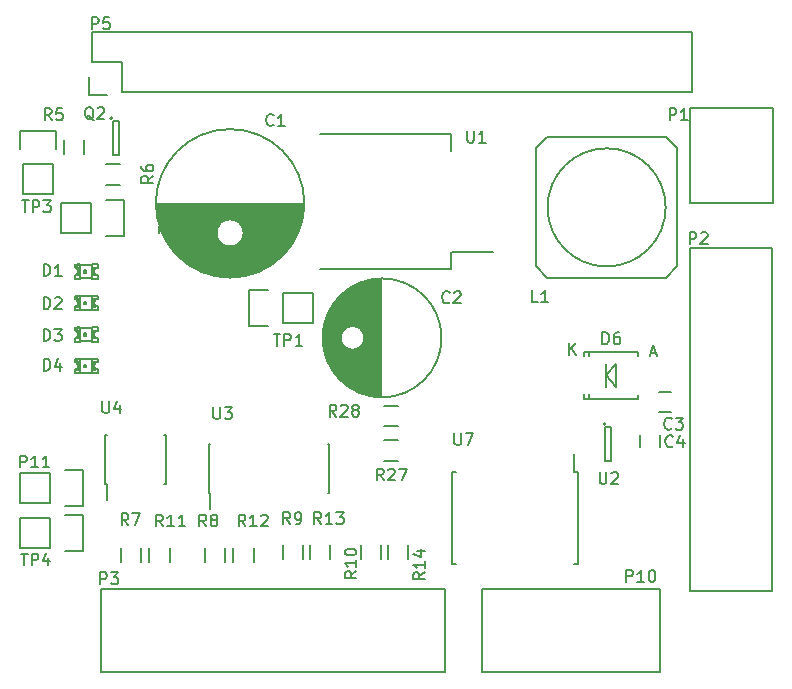
<source format=gto>
G04 #@! TF.FileFunction,Legend,Top*
%FSLAX46Y46*%
G04 Gerber Fmt 4.6, Leading zero omitted, Abs format (unit mm)*
G04 Created by KiCad (PCBNEW (2015-06-25 BZR 5821)-product) date Thu 25 Jun 2015 01:48:58 PM EDT*
%MOMM*%
G01*
G04 APERTURE LIST*
%ADD10C,0.200000*%
%ADD11C,0.150000*%
G04 APERTURE END LIST*
D10*
D11*
X60800000Y-57025000D02*
X62000000Y-57025000D01*
X62000000Y-58775000D02*
X60800000Y-58775000D01*
X84630260Y-37338000D02*
G75*
G03X84630260Y-37338000I-5001260J0D01*
G01*
X79629000Y-43337480D02*
X74627740Y-43337480D01*
X74627740Y-43337480D02*
X73629520Y-42339260D01*
X73629520Y-42339260D02*
X73629520Y-32336740D01*
X73629520Y-32336740D02*
X74627740Y-31338520D01*
X74627740Y-31338520D02*
X84630260Y-31338520D01*
X84630260Y-31338520D02*
X85628480Y-32336740D01*
X85628480Y-32336740D02*
X85628480Y-42339260D01*
X85628480Y-42339260D02*
X84630260Y-43337480D01*
X84630260Y-43337480D02*
X79629000Y-43337480D01*
X54002000Y-37072000D02*
X41502000Y-37072000D01*
X53998000Y-37212000D02*
X41506000Y-37212000D01*
X53992000Y-37352000D02*
X41512000Y-37352000D01*
X53982000Y-37492000D02*
X41522000Y-37492000D01*
X53970000Y-37632000D02*
X41534000Y-37632000D01*
X53954000Y-37772000D02*
X41550000Y-37772000D01*
X53935000Y-37912000D02*
X41569000Y-37912000D01*
X53912000Y-38052000D02*
X41592000Y-38052000D01*
X53887000Y-38192000D02*
X41617000Y-38192000D01*
X53858000Y-38332000D02*
X41646000Y-38332000D01*
X53825000Y-38472000D02*
X48273000Y-38472000D01*
X47231000Y-38472000D02*
X41679000Y-38472000D01*
X53790000Y-38612000D02*
X48486000Y-38612000D01*
X47018000Y-38612000D02*
X41714000Y-38612000D01*
X53751000Y-38752000D02*
X48628000Y-38752000D01*
X46876000Y-38752000D02*
X41753000Y-38752000D01*
X53708000Y-38892000D02*
X48730000Y-38892000D01*
X46774000Y-38892000D02*
X41796000Y-38892000D01*
X53661000Y-39032000D02*
X48804000Y-39032000D01*
X46700000Y-39032000D02*
X41843000Y-39032000D01*
X53611000Y-39172000D02*
X48855000Y-39172000D01*
X46649000Y-39172000D02*
X41893000Y-39172000D01*
X53557000Y-39312000D02*
X48887000Y-39312000D01*
X46617000Y-39312000D02*
X41947000Y-39312000D01*
X53500000Y-39452000D02*
X48901000Y-39452000D01*
X46603000Y-39452000D02*
X42004000Y-39452000D01*
X53438000Y-39592000D02*
X48898000Y-39592000D01*
X46606000Y-39592000D02*
X42066000Y-39592000D01*
X53372000Y-39732000D02*
X48878000Y-39732000D01*
X46626000Y-39732000D02*
X42132000Y-39732000D01*
X53301000Y-39872000D02*
X48839000Y-39872000D01*
X46665000Y-39872000D02*
X42203000Y-39872000D01*
X53227000Y-40012000D02*
X48780000Y-40012000D01*
X46724000Y-40012000D02*
X42277000Y-40012000D01*
X53147000Y-40152000D02*
X48697000Y-40152000D01*
X46807000Y-40152000D02*
X42357000Y-40152000D01*
X53063000Y-40292000D02*
X48583000Y-40292000D01*
X46921000Y-40292000D02*
X42441000Y-40292000D01*
X52973000Y-40432000D02*
X48422000Y-40432000D01*
X47082000Y-40432000D02*
X42531000Y-40432000D01*
X52879000Y-40572000D02*
X48161000Y-40572000D01*
X47343000Y-40572000D02*
X42625000Y-40572000D01*
X52778000Y-40712000D02*
X42726000Y-40712000D01*
X52671000Y-40852000D02*
X42833000Y-40852000D01*
X52559000Y-40992000D02*
X42945000Y-40992000D01*
X52439000Y-41132000D02*
X43065000Y-41132000D01*
X52311000Y-41272000D02*
X43193000Y-41272000D01*
X52176000Y-41412000D02*
X43328000Y-41412000D01*
X52032000Y-41552000D02*
X43472000Y-41552000D01*
X51877000Y-41692000D02*
X43627000Y-41692000D01*
X51712000Y-41832000D02*
X43792000Y-41832000D01*
X51535000Y-41972000D02*
X43969000Y-41972000D01*
X51344000Y-42112000D02*
X44160000Y-42112000D01*
X51135000Y-42252000D02*
X44369000Y-42252000D01*
X50907000Y-42392000D02*
X44597000Y-42392000D01*
X50655000Y-42532000D02*
X44849000Y-42532000D01*
X50371000Y-42672000D02*
X45133000Y-42672000D01*
X50043000Y-42812000D02*
X45461000Y-42812000D01*
X49649000Y-42952000D02*
X45855000Y-42952000D01*
X49135000Y-43092000D02*
X46369000Y-43092000D01*
X48185000Y-43232000D02*
X47319000Y-43232000D01*
X48902000Y-39497000D02*
G75*
G03X48902000Y-39497000I-1150000J0D01*
G01*
X54039500Y-36997000D02*
G75*
G03X54039500Y-36997000I-6287500J0D01*
G01*
X60544000Y-53386000D02*
X60544000Y-43388000D01*
X60404000Y-53382000D02*
X60404000Y-43392000D01*
X60264000Y-53374000D02*
X60264000Y-43400000D01*
X60124000Y-53362000D02*
X60124000Y-43412000D01*
X59984000Y-53347000D02*
X59984000Y-43427000D01*
X59844000Y-53327000D02*
X59844000Y-43447000D01*
X59704000Y-53303000D02*
X59704000Y-43471000D01*
X59564000Y-53274000D02*
X59564000Y-43500000D01*
X59424000Y-53242000D02*
X59424000Y-43532000D01*
X59284000Y-53205000D02*
X59284000Y-43569000D01*
X59144000Y-53164000D02*
X59144000Y-43610000D01*
X59004000Y-53119000D02*
X59004000Y-48853000D01*
X59004000Y-47921000D02*
X59004000Y-43655000D01*
X58864000Y-53069000D02*
X58864000Y-49054000D01*
X58864000Y-47720000D02*
X58864000Y-43705000D01*
X58724000Y-53014000D02*
X58724000Y-49183000D01*
X58724000Y-47591000D02*
X58724000Y-43760000D01*
X58584000Y-52954000D02*
X58584000Y-49272000D01*
X58584000Y-47502000D02*
X58584000Y-43820000D01*
X58444000Y-52889000D02*
X58444000Y-49333000D01*
X58444000Y-47441000D02*
X58444000Y-43885000D01*
X58304000Y-52819000D02*
X58304000Y-49370000D01*
X58304000Y-47404000D02*
X58304000Y-43955000D01*
X58164000Y-52743000D02*
X58164000Y-49386000D01*
X58164000Y-47388000D02*
X58164000Y-44031000D01*
X58024000Y-52661000D02*
X58024000Y-49382000D01*
X58024000Y-47392000D02*
X58024000Y-44113000D01*
X57884000Y-52573000D02*
X57884000Y-49359000D01*
X57884000Y-47415000D02*
X57884000Y-44201000D01*
X57744000Y-52478000D02*
X57744000Y-49314000D01*
X57744000Y-47460000D02*
X57744000Y-44296000D01*
X57604000Y-52376000D02*
X57604000Y-49244000D01*
X57604000Y-47530000D02*
X57604000Y-44398000D01*
X57464000Y-52266000D02*
X57464000Y-49143000D01*
X57464000Y-47631000D02*
X57464000Y-44508000D01*
X57324000Y-52148000D02*
X57324000Y-48994000D01*
X57324000Y-47780000D02*
X57324000Y-44626000D01*
X57184000Y-52020000D02*
X57184000Y-48742000D01*
X57184000Y-48032000D02*
X57184000Y-44754000D01*
X57044000Y-51883000D02*
X57044000Y-44891000D01*
X56904000Y-51733000D02*
X56904000Y-45041000D01*
X56764000Y-51571000D02*
X56764000Y-45203000D01*
X56624000Y-51394000D02*
X56624000Y-45380000D01*
X56484000Y-51198000D02*
X56484000Y-45576000D01*
X56344000Y-50980000D02*
X56344000Y-45794000D01*
X56204000Y-50734000D02*
X56204000Y-46040000D01*
X56064000Y-50449000D02*
X56064000Y-46325000D01*
X55924000Y-50107000D02*
X55924000Y-46667000D01*
X55784000Y-49661000D02*
X55784000Y-47113000D01*
X55644000Y-48886000D02*
X55644000Y-47888000D01*
X59119000Y-48387000D02*
G75*
G03X59119000Y-48387000I-1000000J0D01*
G01*
X65656500Y-48387000D02*
G75*
G03X65656500Y-48387000I-5037500J0D01*
G01*
X85082000Y-52998000D02*
X84082000Y-52998000D01*
X84082000Y-54698000D02*
X85082000Y-54698000D01*
X82462000Y-56650000D02*
X82462000Y-57650000D01*
X84162000Y-57650000D02*
X84162000Y-56650000D01*
X35083160Y-43057720D02*
X35083160Y-43382840D01*
X35083160Y-43382840D02*
X34582780Y-43382840D01*
X34582780Y-43057720D02*
X34582780Y-43382840D01*
X35083160Y-43057720D02*
X34582780Y-43057720D01*
X35083160Y-42435420D02*
X35083160Y-42585280D01*
X35083160Y-42585280D02*
X34831700Y-42585280D01*
X34831700Y-42435420D02*
X34831700Y-42585280D01*
X35083160Y-42435420D02*
X34831700Y-42435420D01*
X35083160Y-42930720D02*
X35083160Y-43080580D01*
X35083160Y-43080580D02*
X34831700Y-43080580D01*
X34831700Y-42930720D02*
X34831700Y-43080580D01*
X35083160Y-42930720D02*
X34831700Y-42930720D01*
X35083160Y-42559880D02*
X35083160Y-42956120D01*
X35083160Y-42956120D02*
X34907900Y-42956120D01*
X34907900Y-42559880D02*
X34907900Y-42956120D01*
X35083160Y-42559880D02*
X34907900Y-42559880D01*
X36579220Y-43057720D02*
X36579220Y-43382840D01*
X36579220Y-43382840D02*
X36078840Y-43382840D01*
X36078840Y-43057720D02*
X36078840Y-43382840D01*
X36579220Y-43057720D02*
X36078840Y-43057720D01*
X36579220Y-42133160D02*
X36579220Y-42458280D01*
X36579220Y-42458280D02*
X36078840Y-42458280D01*
X36078840Y-42133160D02*
X36078840Y-42458280D01*
X36579220Y-42133160D02*
X36078840Y-42133160D01*
X36330300Y-42930720D02*
X36330300Y-43080580D01*
X36330300Y-43080580D02*
X36078840Y-43080580D01*
X36078840Y-42930720D02*
X36078840Y-43080580D01*
X36330300Y-42930720D02*
X36078840Y-42930720D01*
X36330300Y-42435420D02*
X36330300Y-42585280D01*
X36330300Y-42585280D02*
X36078840Y-42585280D01*
X36078840Y-42435420D02*
X36078840Y-42585280D01*
X36330300Y-42435420D02*
X36078840Y-42435420D01*
X36254100Y-42559880D02*
X36254100Y-42956120D01*
X36254100Y-42956120D02*
X36078840Y-42956120D01*
X36078840Y-42559880D02*
X36078840Y-42956120D01*
X36254100Y-42559880D02*
X36078840Y-42559880D01*
X35581000Y-42658940D02*
X35581000Y-42857060D01*
X35581000Y-42857060D02*
X35382880Y-42857060D01*
X35382880Y-42658940D02*
X35382880Y-42857060D01*
X35581000Y-42658940D02*
X35382880Y-42658940D01*
X35083160Y-42158560D02*
X35083160Y-42458280D01*
X35083160Y-42458280D02*
X34783440Y-42458280D01*
X34783440Y-42158560D02*
X34783440Y-42458280D01*
X35083160Y-42158560D02*
X34783440Y-42158560D01*
X34656440Y-42133160D02*
X34656440Y-42359220D01*
X34656440Y-42359220D02*
X34582780Y-42359220D01*
X34582780Y-42133160D02*
X34582780Y-42359220D01*
X34656440Y-42133160D02*
X34582780Y-42133160D01*
X35057760Y-43332040D02*
X36104240Y-43332040D01*
X36078840Y-42183960D02*
X34656440Y-42183960D01*
X34804482Y-42308420D02*
G75*
G03X34804482Y-42308420I-71842J0D01*
G01*
X34582780Y-42410020D02*
G75*
G02X34582780Y-43105980I0J-347980D01*
G01*
X36579220Y-43105980D02*
G75*
G02X36579220Y-42410020I0J347980D01*
G01*
X35083160Y-45724720D02*
X35083160Y-46049840D01*
X35083160Y-46049840D02*
X34582780Y-46049840D01*
X34582780Y-45724720D02*
X34582780Y-46049840D01*
X35083160Y-45724720D02*
X34582780Y-45724720D01*
X35083160Y-45102420D02*
X35083160Y-45252280D01*
X35083160Y-45252280D02*
X34831700Y-45252280D01*
X34831700Y-45102420D02*
X34831700Y-45252280D01*
X35083160Y-45102420D02*
X34831700Y-45102420D01*
X35083160Y-45597720D02*
X35083160Y-45747580D01*
X35083160Y-45747580D02*
X34831700Y-45747580D01*
X34831700Y-45597720D02*
X34831700Y-45747580D01*
X35083160Y-45597720D02*
X34831700Y-45597720D01*
X35083160Y-45226880D02*
X35083160Y-45623120D01*
X35083160Y-45623120D02*
X34907900Y-45623120D01*
X34907900Y-45226880D02*
X34907900Y-45623120D01*
X35083160Y-45226880D02*
X34907900Y-45226880D01*
X36579220Y-45724720D02*
X36579220Y-46049840D01*
X36579220Y-46049840D02*
X36078840Y-46049840D01*
X36078840Y-45724720D02*
X36078840Y-46049840D01*
X36579220Y-45724720D02*
X36078840Y-45724720D01*
X36579220Y-44800160D02*
X36579220Y-45125280D01*
X36579220Y-45125280D02*
X36078840Y-45125280D01*
X36078840Y-44800160D02*
X36078840Y-45125280D01*
X36579220Y-44800160D02*
X36078840Y-44800160D01*
X36330300Y-45597720D02*
X36330300Y-45747580D01*
X36330300Y-45747580D02*
X36078840Y-45747580D01*
X36078840Y-45597720D02*
X36078840Y-45747580D01*
X36330300Y-45597720D02*
X36078840Y-45597720D01*
X36330300Y-45102420D02*
X36330300Y-45252280D01*
X36330300Y-45252280D02*
X36078840Y-45252280D01*
X36078840Y-45102420D02*
X36078840Y-45252280D01*
X36330300Y-45102420D02*
X36078840Y-45102420D01*
X36254100Y-45226880D02*
X36254100Y-45623120D01*
X36254100Y-45623120D02*
X36078840Y-45623120D01*
X36078840Y-45226880D02*
X36078840Y-45623120D01*
X36254100Y-45226880D02*
X36078840Y-45226880D01*
X35581000Y-45325940D02*
X35581000Y-45524060D01*
X35581000Y-45524060D02*
X35382880Y-45524060D01*
X35382880Y-45325940D02*
X35382880Y-45524060D01*
X35581000Y-45325940D02*
X35382880Y-45325940D01*
X35083160Y-44825560D02*
X35083160Y-45125280D01*
X35083160Y-45125280D02*
X34783440Y-45125280D01*
X34783440Y-44825560D02*
X34783440Y-45125280D01*
X35083160Y-44825560D02*
X34783440Y-44825560D01*
X34656440Y-44800160D02*
X34656440Y-45026220D01*
X34656440Y-45026220D02*
X34582780Y-45026220D01*
X34582780Y-44800160D02*
X34582780Y-45026220D01*
X34656440Y-44800160D02*
X34582780Y-44800160D01*
X35057760Y-45999040D02*
X36104240Y-45999040D01*
X36078840Y-44850960D02*
X34656440Y-44850960D01*
X34804482Y-44975420D02*
G75*
G03X34804482Y-44975420I-71842J0D01*
G01*
X34582780Y-45077020D02*
G75*
G02X34582780Y-45772980I0J-347980D01*
G01*
X36579220Y-45772980D02*
G75*
G02X36579220Y-45077020I0J347980D01*
G01*
X35083160Y-48391720D02*
X35083160Y-48716840D01*
X35083160Y-48716840D02*
X34582780Y-48716840D01*
X34582780Y-48391720D02*
X34582780Y-48716840D01*
X35083160Y-48391720D02*
X34582780Y-48391720D01*
X35083160Y-47769420D02*
X35083160Y-47919280D01*
X35083160Y-47919280D02*
X34831700Y-47919280D01*
X34831700Y-47769420D02*
X34831700Y-47919280D01*
X35083160Y-47769420D02*
X34831700Y-47769420D01*
X35083160Y-48264720D02*
X35083160Y-48414580D01*
X35083160Y-48414580D02*
X34831700Y-48414580D01*
X34831700Y-48264720D02*
X34831700Y-48414580D01*
X35083160Y-48264720D02*
X34831700Y-48264720D01*
X35083160Y-47893880D02*
X35083160Y-48290120D01*
X35083160Y-48290120D02*
X34907900Y-48290120D01*
X34907900Y-47893880D02*
X34907900Y-48290120D01*
X35083160Y-47893880D02*
X34907900Y-47893880D01*
X36579220Y-48391720D02*
X36579220Y-48716840D01*
X36579220Y-48716840D02*
X36078840Y-48716840D01*
X36078840Y-48391720D02*
X36078840Y-48716840D01*
X36579220Y-48391720D02*
X36078840Y-48391720D01*
X36579220Y-47467160D02*
X36579220Y-47792280D01*
X36579220Y-47792280D02*
X36078840Y-47792280D01*
X36078840Y-47467160D02*
X36078840Y-47792280D01*
X36579220Y-47467160D02*
X36078840Y-47467160D01*
X36330300Y-48264720D02*
X36330300Y-48414580D01*
X36330300Y-48414580D02*
X36078840Y-48414580D01*
X36078840Y-48264720D02*
X36078840Y-48414580D01*
X36330300Y-48264720D02*
X36078840Y-48264720D01*
X36330300Y-47769420D02*
X36330300Y-47919280D01*
X36330300Y-47919280D02*
X36078840Y-47919280D01*
X36078840Y-47769420D02*
X36078840Y-47919280D01*
X36330300Y-47769420D02*
X36078840Y-47769420D01*
X36254100Y-47893880D02*
X36254100Y-48290120D01*
X36254100Y-48290120D02*
X36078840Y-48290120D01*
X36078840Y-47893880D02*
X36078840Y-48290120D01*
X36254100Y-47893880D02*
X36078840Y-47893880D01*
X35581000Y-47992940D02*
X35581000Y-48191060D01*
X35581000Y-48191060D02*
X35382880Y-48191060D01*
X35382880Y-47992940D02*
X35382880Y-48191060D01*
X35581000Y-47992940D02*
X35382880Y-47992940D01*
X35083160Y-47492560D02*
X35083160Y-47792280D01*
X35083160Y-47792280D02*
X34783440Y-47792280D01*
X34783440Y-47492560D02*
X34783440Y-47792280D01*
X35083160Y-47492560D02*
X34783440Y-47492560D01*
X34656440Y-47467160D02*
X34656440Y-47693220D01*
X34656440Y-47693220D02*
X34582780Y-47693220D01*
X34582780Y-47467160D02*
X34582780Y-47693220D01*
X34656440Y-47467160D02*
X34582780Y-47467160D01*
X35057760Y-48666040D02*
X36104240Y-48666040D01*
X36078840Y-47517960D02*
X34656440Y-47517960D01*
X34804482Y-47642420D02*
G75*
G03X34804482Y-47642420I-71842J0D01*
G01*
X34582780Y-47744020D02*
G75*
G02X34582780Y-48439980I0J-347980D01*
G01*
X36579220Y-48439980D02*
G75*
G02X36579220Y-47744020I0J347980D01*
G01*
X35083160Y-51058720D02*
X35083160Y-51383840D01*
X35083160Y-51383840D02*
X34582780Y-51383840D01*
X34582780Y-51058720D02*
X34582780Y-51383840D01*
X35083160Y-51058720D02*
X34582780Y-51058720D01*
X35083160Y-50436420D02*
X35083160Y-50586280D01*
X35083160Y-50586280D02*
X34831700Y-50586280D01*
X34831700Y-50436420D02*
X34831700Y-50586280D01*
X35083160Y-50436420D02*
X34831700Y-50436420D01*
X35083160Y-50931720D02*
X35083160Y-51081580D01*
X35083160Y-51081580D02*
X34831700Y-51081580D01*
X34831700Y-50931720D02*
X34831700Y-51081580D01*
X35083160Y-50931720D02*
X34831700Y-50931720D01*
X35083160Y-50560880D02*
X35083160Y-50957120D01*
X35083160Y-50957120D02*
X34907900Y-50957120D01*
X34907900Y-50560880D02*
X34907900Y-50957120D01*
X35083160Y-50560880D02*
X34907900Y-50560880D01*
X36579220Y-51058720D02*
X36579220Y-51383840D01*
X36579220Y-51383840D02*
X36078840Y-51383840D01*
X36078840Y-51058720D02*
X36078840Y-51383840D01*
X36579220Y-51058720D02*
X36078840Y-51058720D01*
X36579220Y-50134160D02*
X36579220Y-50459280D01*
X36579220Y-50459280D02*
X36078840Y-50459280D01*
X36078840Y-50134160D02*
X36078840Y-50459280D01*
X36579220Y-50134160D02*
X36078840Y-50134160D01*
X36330300Y-50931720D02*
X36330300Y-51081580D01*
X36330300Y-51081580D02*
X36078840Y-51081580D01*
X36078840Y-50931720D02*
X36078840Y-51081580D01*
X36330300Y-50931720D02*
X36078840Y-50931720D01*
X36330300Y-50436420D02*
X36330300Y-50586280D01*
X36330300Y-50586280D02*
X36078840Y-50586280D01*
X36078840Y-50436420D02*
X36078840Y-50586280D01*
X36330300Y-50436420D02*
X36078840Y-50436420D01*
X36254100Y-50560880D02*
X36254100Y-50957120D01*
X36254100Y-50957120D02*
X36078840Y-50957120D01*
X36078840Y-50560880D02*
X36078840Y-50957120D01*
X36254100Y-50560880D02*
X36078840Y-50560880D01*
X35581000Y-50659940D02*
X35581000Y-50858060D01*
X35581000Y-50858060D02*
X35382880Y-50858060D01*
X35382880Y-50659940D02*
X35382880Y-50858060D01*
X35581000Y-50659940D02*
X35382880Y-50659940D01*
X35083160Y-50159560D02*
X35083160Y-50459280D01*
X35083160Y-50459280D02*
X34783440Y-50459280D01*
X34783440Y-50159560D02*
X34783440Y-50459280D01*
X35083160Y-50159560D02*
X34783440Y-50159560D01*
X34656440Y-50134160D02*
X34656440Y-50360220D01*
X34656440Y-50360220D02*
X34582780Y-50360220D01*
X34582780Y-50134160D02*
X34582780Y-50360220D01*
X34656440Y-50134160D02*
X34582780Y-50134160D01*
X35057760Y-51333040D02*
X36104240Y-51333040D01*
X36078840Y-50184960D02*
X34656440Y-50184960D01*
X34804482Y-50309420D02*
G75*
G03X34804482Y-50309420I-71842J0D01*
G01*
X34582780Y-50411020D02*
G75*
G02X34582780Y-51106980I0J-347980D01*
G01*
X36579220Y-51106980D02*
G75*
G02X36579220Y-50411020I0J347980D01*
G01*
X79560420Y-51562000D02*
X80408780Y-50561240D01*
X80408780Y-50561240D02*
X80408780Y-52562760D01*
X80408780Y-52562760D02*
X79560420Y-51562000D01*
X79560420Y-51562000D02*
X79560420Y-52562760D01*
X79560420Y-51562000D02*
X79560420Y-50561240D01*
X77703680Y-53362000D02*
X77703680Y-53162200D01*
X78160720Y-53362000D02*
X78160720Y-53163000D01*
X82311240Y-53362000D02*
X82311240Y-53213000D01*
X77708760Y-49762000D02*
X77708760Y-49911000D01*
X78160720Y-49762000D02*
X78160720Y-49911000D01*
X82311240Y-49762000D02*
X82311240Y-49911000D01*
X78160720Y-53510980D02*
X78160720Y-53312860D01*
X78160720Y-49563020D02*
X78160720Y-49761140D01*
X82306160Y-53558440D02*
X82306160Y-53360320D01*
X77703680Y-53558440D02*
X82306160Y-53558440D01*
X77703680Y-53558440D02*
X77703680Y-53360320D01*
X77708760Y-49563020D02*
X77708760Y-49761140D01*
X77708760Y-49563020D02*
X82311240Y-49563020D01*
X82311240Y-49563020D02*
X82311240Y-49761140D01*
X93700000Y-37000000D02*
X93700000Y-28900000D01*
X86700000Y-37000000D02*
X86700000Y-28900000D01*
X86700000Y-37000000D02*
X93700000Y-37000000D01*
X86700000Y-28900000D02*
X93700000Y-28900000D01*
X86900000Y-22460000D02*
X36100000Y-22460000D01*
X38640000Y-27540000D02*
X86900000Y-27540000D01*
X86900000Y-22460000D02*
X86900000Y-27540000D01*
X36100000Y-22460000D02*
X36100000Y-25000000D01*
X35820000Y-26270000D02*
X35820000Y-27820000D01*
X36100000Y-25000000D02*
X38640000Y-25000000D01*
X38640000Y-25000000D02*
X38640000Y-27540000D01*
X35820000Y-27820000D02*
X37370000Y-27820000D01*
X32512000Y-62357000D02*
X29972000Y-62357000D01*
X35332000Y-62637000D02*
X33782000Y-62637000D01*
X32512000Y-62357000D02*
X32512000Y-59817000D01*
X33782000Y-59537000D02*
X35332000Y-59537000D01*
X35332000Y-59537000D02*
X35332000Y-62637000D01*
X32512000Y-59817000D02*
X29972000Y-59817000D01*
X29972000Y-59817000D02*
X29972000Y-62357000D01*
X37800000Y-29796000D02*
G75*
G03X37800000Y-29796000I-100000J0D01*
G01*
X38350000Y-30046000D02*
X37850000Y-30046000D01*
X38350000Y-32946000D02*
X38350000Y-30046000D01*
X37850000Y-32946000D02*
X38350000Y-32946000D01*
X37850000Y-30046000D02*
X37850000Y-32946000D01*
X33669000Y-32858000D02*
X33669000Y-31658000D01*
X35419000Y-31658000D02*
X35419000Y-32858000D01*
X37246000Y-33669000D02*
X38446000Y-33669000D01*
X38446000Y-35419000D02*
X37246000Y-35419000D01*
X40245000Y-66202000D02*
X40245000Y-67402000D01*
X38495000Y-67402000D02*
X38495000Y-66202000D01*
X47357000Y-66202000D02*
X47357000Y-67402000D01*
X45607000Y-67402000D02*
X45607000Y-66202000D01*
X53961000Y-65948000D02*
X53961000Y-67148000D01*
X52211000Y-67148000D02*
X52211000Y-65948000D01*
X60565000Y-65948000D02*
X60565000Y-67148000D01*
X58815000Y-67148000D02*
X58815000Y-65948000D01*
X40908000Y-67402000D02*
X40908000Y-66202000D01*
X42658000Y-66202000D02*
X42658000Y-67402000D01*
X48020000Y-67402000D02*
X48020000Y-66202000D01*
X49770000Y-66202000D02*
X49770000Y-67402000D01*
X54497000Y-67148000D02*
X54497000Y-65948000D01*
X56247000Y-65948000D02*
X56247000Y-67148000D01*
X61101000Y-67148000D02*
X61101000Y-65948000D01*
X62851000Y-65948000D02*
X62851000Y-67148000D01*
X62000000Y-55875000D02*
X60800000Y-55875000D01*
X60800000Y-54125000D02*
X62000000Y-54125000D01*
X52197000Y-44577000D02*
X54737000Y-44577000D01*
X49377000Y-44297000D02*
X50927000Y-44297000D01*
X52197000Y-44577000D02*
X52197000Y-47117000D01*
X50927000Y-47397000D02*
X49377000Y-47397000D01*
X49377000Y-47397000D02*
X49377000Y-44297000D01*
X52197000Y-47117000D02*
X54737000Y-47117000D01*
X54737000Y-47117000D02*
X54737000Y-44577000D01*
X35941000Y-39497000D02*
X33401000Y-39497000D01*
X38761000Y-39777000D02*
X37211000Y-39777000D01*
X35941000Y-39497000D02*
X35941000Y-36957000D01*
X37211000Y-36677000D02*
X38761000Y-36677000D01*
X38761000Y-36677000D02*
X38761000Y-39777000D01*
X35941000Y-36957000D02*
X33401000Y-36957000D01*
X33401000Y-36957000D02*
X33401000Y-39497000D01*
X32766000Y-33655000D02*
X32766000Y-36195000D01*
X33046000Y-30835000D02*
X33046000Y-32385000D01*
X32766000Y-33655000D02*
X30226000Y-33655000D01*
X29946000Y-32385000D02*
X29946000Y-30835000D01*
X29946000Y-30835000D02*
X33046000Y-30835000D01*
X30226000Y-33655000D02*
X30226000Y-36195000D01*
X30226000Y-36195000D02*
X32766000Y-36195000D01*
X32512000Y-66167000D02*
X29972000Y-66167000D01*
X35332000Y-66447000D02*
X33782000Y-66447000D01*
X32512000Y-66167000D02*
X32512000Y-63627000D01*
X33782000Y-63347000D02*
X35332000Y-63347000D01*
X35332000Y-63347000D02*
X35332000Y-66447000D01*
X32512000Y-63627000D02*
X29972000Y-63627000D01*
X29972000Y-63627000D02*
X29972000Y-66167000D01*
X66491000Y-32529780D02*
X66491000Y-31115000D01*
X66503700Y-41130220D02*
X70047000Y-41130220D01*
X66491000Y-42545000D02*
X55374000Y-42545000D01*
X55374000Y-31115000D02*
X66491000Y-31115000D01*
X66491000Y-42545000D02*
X66491000Y-41130220D01*
X79556000Y-55704000D02*
G75*
G03X79556000Y-55704000I-100000J0D01*
G01*
X80006000Y-55954000D02*
X79506000Y-55954000D01*
X80006000Y-58854000D02*
X80006000Y-55954000D01*
X79506000Y-58854000D02*
X80006000Y-58854000D01*
X79506000Y-55954000D02*
X79506000Y-58854000D01*
X45979000Y-61511000D02*
X46084000Y-61511000D01*
X45979000Y-57361000D02*
X46084000Y-57361000D01*
X56129000Y-57361000D02*
X56024000Y-57361000D01*
X56129000Y-61511000D02*
X56024000Y-61511000D01*
X45979000Y-61511000D02*
X45979000Y-57361000D01*
X56129000Y-61511000D02*
X56129000Y-57361000D01*
X46084000Y-61511000D02*
X46084000Y-62886000D01*
X37176000Y-60749000D02*
X37321000Y-60749000D01*
X37176000Y-56599000D02*
X37321000Y-56599000D01*
X42326000Y-56599000D02*
X42181000Y-56599000D01*
X42326000Y-60749000D02*
X42181000Y-60749000D01*
X37176000Y-60749000D02*
X37176000Y-56599000D01*
X42326000Y-60749000D02*
X42326000Y-56599000D01*
X37321000Y-60749000D02*
X37321000Y-62149000D01*
X77207000Y-59752000D02*
X76852000Y-59752000D01*
X77207000Y-67502000D02*
X76852000Y-67502000D01*
X66557000Y-67502000D02*
X66912000Y-67502000D01*
X66557000Y-59752000D02*
X66912000Y-59752000D01*
X77207000Y-59752000D02*
X77207000Y-67502000D01*
X66557000Y-59752000D02*
X66557000Y-67502000D01*
X76852000Y-59752000D02*
X76852000Y-58227000D01*
X86670000Y-69853000D02*
X86670000Y-40753000D01*
X93670000Y-40753000D02*
X93670000Y-69853000D01*
X93670000Y-69853000D02*
X86670000Y-69853000D01*
X93670000Y-40753000D02*
X86670000Y-40753000D01*
X65916000Y-76652000D02*
X36816000Y-76652000D01*
X36816000Y-69652000D02*
X65916000Y-69652000D01*
X65916000Y-69652000D02*
X65916000Y-76652000D01*
X36816000Y-69652000D02*
X36816000Y-76652000D01*
X69059000Y-69652000D02*
X84159000Y-69652000D01*
X84159000Y-76652000D02*
X69059000Y-76652000D01*
X69059000Y-76652000D02*
X69059000Y-69652000D01*
X84159000Y-76652000D02*
X84159000Y-69652000D01*
X60757143Y-60452381D02*
X60423809Y-59976190D01*
X60185714Y-60452381D02*
X60185714Y-59452381D01*
X60566667Y-59452381D01*
X60661905Y-59500000D01*
X60709524Y-59547619D01*
X60757143Y-59642857D01*
X60757143Y-59785714D01*
X60709524Y-59880952D01*
X60661905Y-59928571D01*
X60566667Y-59976190D01*
X60185714Y-59976190D01*
X61138095Y-59547619D02*
X61185714Y-59500000D01*
X61280952Y-59452381D01*
X61519048Y-59452381D01*
X61614286Y-59500000D01*
X61661905Y-59547619D01*
X61709524Y-59642857D01*
X61709524Y-59738095D01*
X61661905Y-59880952D01*
X61090476Y-60452381D01*
X61709524Y-60452381D01*
X62042857Y-59452381D02*
X62709524Y-59452381D01*
X62280952Y-60452381D01*
X73833334Y-45352381D02*
X73357143Y-45352381D01*
X73357143Y-44352381D01*
X74690477Y-45352381D02*
X74119048Y-45352381D01*
X74404762Y-45352381D02*
X74404762Y-44352381D01*
X74309524Y-44495238D01*
X74214286Y-44590476D01*
X74119048Y-44638095D01*
X51433334Y-30357143D02*
X51385715Y-30404762D01*
X51242858Y-30452381D01*
X51147620Y-30452381D01*
X51004762Y-30404762D01*
X50909524Y-30309524D01*
X50861905Y-30214286D01*
X50814286Y-30023810D01*
X50814286Y-29880952D01*
X50861905Y-29690476D01*
X50909524Y-29595238D01*
X51004762Y-29500000D01*
X51147620Y-29452381D01*
X51242858Y-29452381D01*
X51385715Y-29500000D01*
X51433334Y-29547619D01*
X52385715Y-30452381D02*
X51814286Y-30452381D01*
X52100000Y-30452381D02*
X52100000Y-29452381D01*
X52004762Y-29595238D01*
X51909524Y-29690476D01*
X51814286Y-29738095D01*
X66333334Y-45357143D02*
X66285715Y-45404762D01*
X66142858Y-45452381D01*
X66047620Y-45452381D01*
X65904762Y-45404762D01*
X65809524Y-45309524D01*
X65761905Y-45214286D01*
X65714286Y-45023810D01*
X65714286Y-44880952D01*
X65761905Y-44690476D01*
X65809524Y-44595238D01*
X65904762Y-44500000D01*
X66047620Y-44452381D01*
X66142858Y-44452381D01*
X66285715Y-44500000D01*
X66333334Y-44547619D01*
X66714286Y-44547619D02*
X66761905Y-44500000D01*
X66857143Y-44452381D01*
X67095239Y-44452381D01*
X67190477Y-44500000D01*
X67238096Y-44547619D01*
X67285715Y-44642857D01*
X67285715Y-44738095D01*
X67238096Y-44880952D01*
X66666667Y-45452381D01*
X67285715Y-45452381D01*
X85133334Y-56057143D02*
X85085715Y-56104762D01*
X84942858Y-56152381D01*
X84847620Y-56152381D01*
X84704762Y-56104762D01*
X84609524Y-56009524D01*
X84561905Y-55914286D01*
X84514286Y-55723810D01*
X84514286Y-55580952D01*
X84561905Y-55390476D01*
X84609524Y-55295238D01*
X84704762Y-55200000D01*
X84847620Y-55152381D01*
X84942858Y-55152381D01*
X85085715Y-55200000D01*
X85133334Y-55247619D01*
X85466667Y-55152381D02*
X86085715Y-55152381D01*
X85752381Y-55533333D01*
X85895239Y-55533333D01*
X85990477Y-55580952D01*
X86038096Y-55628571D01*
X86085715Y-55723810D01*
X86085715Y-55961905D01*
X86038096Y-56057143D01*
X85990477Y-56104762D01*
X85895239Y-56152381D01*
X85609524Y-56152381D01*
X85514286Y-56104762D01*
X85466667Y-56057143D01*
X85233334Y-57557143D02*
X85185715Y-57604762D01*
X85042858Y-57652381D01*
X84947620Y-57652381D01*
X84804762Y-57604762D01*
X84709524Y-57509524D01*
X84661905Y-57414286D01*
X84614286Y-57223810D01*
X84614286Y-57080952D01*
X84661905Y-56890476D01*
X84709524Y-56795238D01*
X84804762Y-56700000D01*
X84947620Y-56652381D01*
X85042858Y-56652381D01*
X85185715Y-56700000D01*
X85233334Y-56747619D01*
X86090477Y-56985714D02*
X86090477Y-57652381D01*
X85852381Y-56604762D02*
X85614286Y-57319048D01*
X86233334Y-57319048D01*
X31961905Y-43152381D02*
X31961905Y-42152381D01*
X32200000Y-42152381D01*
X32342858Y-42200000D01*
X32438096Y-42295238D01*
X32485715Y-42390476D01*
X32533334Y-42580952D01*
X32533334Y-42723810D01*
X32485715Y-42914286D01*
X32438096Y-43009524D01*
X32342858Y-43104762D01*
X32200000Y-43152381D01*
X31961905Y-43152381D01*
X33485715Y-43152381D02*
X32914286Y-43152381D01*
X33200000Y-43152381D02*
X33200000Y-42152381D01*
X33104762Y-42295238D01*
X33009524Y-42390476D01*
X32914286Y-42438095D01*
X31961905Y-45952381D02*
X31961905Y-44952381D01*
X32200000Y-44952381D01*
X32342858Y-45000000D01*
X32438096Y-45095238D01*
X32485715Y-45190476D01*
X32533334Y-45380952D01*
X32533334Y-45523810D01*
X32485715Y-45714286D01*
X32438096Y-45809524D01*
X32342858Y-45904762D01*
X32200000Y-45952381D01*
X31961905Y-45952381D01*
X32914286Y-45047619D02*
X32961905Y-45000000D01*
X33057143Y-44952381D01*
X33295239Y-44952381D01*
X33390477Y-45000000D01*
X33438096Y-45047619D01*
X33485715Y-45142857D01*
X33485715Y-45238095D01*
X33438096Y-45380952D01*
X32866667Y-45952381D01*
X33485715Y-45952381D01*
X31961905Y-48652381D02*
X31961905Y-47652381D01*
X32200000Y-47652381D01*
X32342858Y-47700000D01*
X32438096Y-47795238D01*
X32485715Y-47890476D01*
X32533334Y-48080952D01*
X32533334Y-48223810D01*
X32485715Y-48414286D01*
X32438096Y-48509524D01*
X32342858Y-48604762D01*
X32200000Y-48652381D01*
X31961905Y-48652381D01*
X32866667Y-47652381D02*
X33485715Y-47652381D01*
X33152381Y-48033333D01*
X33295239Y-48033333D01*
X33390477Y-48080952D01*
X33438096Y-48128571D01*
X33485715Y-48223810D01*
X33485715Y-48461905D01*
X33438096Y-48557143D01*
X33390477Y-48604762D01*
X33295239Y-48652381D01*
X33009524Y-48652381D01*
X32914286Y-48604762D01*
X32866667Y-48557143D01*
X31961905Y-51152381D02*
X31961905Y-50152381D01*
X32200000Y-50152381D01*
X32342858Y-50200000D01*
X32438096Y-50295238D01*
X32485715Y-50390476D01*
X32533334Y-50580952D01*
X32533334Y-50723810D01*
X32485715Y-50914286D01*
X32438096Y-51009524D01*
X32342858Y-51104762D01*
X32200000Y-51152381D01*
X31961905Y-51152381D01*
X33390477Y-50485714D02*
X33390477Y-51152381D01*
X33152381Y-50104762D02*
X32914286Y-50819048D01*
X33533334Y-50819048D01*
X79271905Y-48914381D02*
X79271905Y-47914381D01*
X79510000Y-47914381D01*
X79652858Y-47962000D01*
X79748096Y-48057238D01*
X79795715Y-48152476D01*
X79843334Y-48342952D01*
X79843334Y-48485810D01*
X79795715Y-48676286D01*
X79748096Y-48771524D01*
X79652858Y-48866762D01*
X79510000Y-48914381D01*
X79271905Y-48914381D01*
X80700477Y-47914381D02*
X80510000Y-47914381D01*
X80414762Y-47962000D01*
X80367143Y-48009619D01*
X80271905Y-48152476D01*
X80224286Y-48342952D01*
X80224286Y-48723905D01*
X80271905Y-48819143D01*
X80319524Y-48866762D01*
X80414762Y-48914381D01*
X80605239Y-48914381D01*
X80700477Y-48866762D01*
X80748096Y-48819143D01*
X80795715Y-48723905D01*
X80795715Y-48485810D01*
X80748096Y-48390571D01*
X80700477Y-48342952D01*
X80605239Y-48295333D01*
X80414762Y-48295333D01*
X80319524Y-48342952D01*
X80271905Y-48390571D01*
X80224286Y-48485810D01*
X76438095Y-49852381D02*
X76438095Y-48852381D01*
X77009524Y-49852381D02*
X76580952Y-49280952D01*
X77009524Y-48852381D02*
X76438095Y-49423810D01*
X83361905Y-49666667D02*
X83838096Y-49666667D01*
X83266667Y-49952381D02*
X83600000Y-48952381D01*
X83933334Y-49952381D01*
X84961905Y-29952381D02*
X84961905Y-28952381D01*
X85342858Y-28952381D01*
X85438096Y-29000000D01*
X85485715Y-29047619D01*
X85533334Y-29142857D01*
X85533334Y-29285714D01*
X85485715Y-29380952D01*
X85438096Y-29428571D01*
X85342858Y-29476190D01*
X84961905Y-29476190D01*
X86485715Y-29952381D02*
X85914286Y-29952381D01*
X86200000Y-29952381D02*
X86200000Y-28952381D01*
X86104762Y-29095238D01*
X86009524Y-29190476D01*
X85914286Y-29238095D01*
X36061905Y-22252381D02*
X36061905Y-21252381D01*
X36442858Y-21252381D01*
X36538096Y-21300000D01*
X36585715Y-21347619D01*
X36633334Y-21442857D01*
X36633334Y-21585714D01*
X36585715Y-21680952D01*
X36538096Y-21728571D01*
X36442858Y-21776190D01*
X36061905Y-21776190D01*
X37538096Y-21252381D02*
X37061905Y-21252381D01*
X37014286Y-21728571D01*
X37061905Y-21680952D01*
X37157143Y-21633333D01*
X37395239Y-21633333D01*
X37490477Y-21680952D01*
X37538096Y-21728571D01*
X37585715Y-21823810D01*
X37585715Y-22061905D01*
X37538096Y-22157143D01*
X37490477Y-22204762D01*
X37395239Y-22252381D01*
X37157143Y-22252381D01*
X37061905Y-22204762D01*
X37014286Y-22157143D01*
X29985714Y-59352381D02*
X29985714Y-58352381D01*
X30366667Y-58352381D01*
X30461905Y-58400000D01*
X30509524Y-58447619D01*
X30557143Y-58542857D01*
X30557143Y-58685714D01*
X30509524Y-58780952D01*
X30461905Y-58828571D01*
X30366667Y-58876190D01*
X29985714Y-58876190D01*
X31509524Y-59352381D02*
X30938095Y-59352381D01*
X31223809Y-59352381D02*
X31223809Y-58352381D01*
X31128571Y-58495238D01*
X31033333Y-58590476D01*
X30938095Y-58638095D01*
X32461905Y-59352381D02*
X31890476Y-59352381D01*
X32176190Y-59352381D02*
X32176190Y-58352381D01*
X32080952Y-58495238D01*
X31985714Y-58590476D01*
X31890476Y-58638095D01*
X36204762Y-29947619D02*
X36109524Y-29900000D01*
X36014286Y-29804762D01*
X35871429Y-29661905D01*
X35776190Y-29614286D01*
X35680952Y-29614286D01*
X35728571Y-29852381D02*
X35633333Y-29804762D01*
X35538095Y-29709524D01*
X35490476Y-29519048D01*
X35490476Y-29185714D01*
X35538095Y-28995238D01*
X35633333Y-28900000D01*
X35728571Y-28852381D01*
X35919048Y-28852381D01*
X36014286Y-28900000D01*
X36109524Y-28995238D01*
X36157143Y-29185714D01*
X36157143Y-29519048D01*
X36109524Y-29709524D01*
X36014286Y-29804762D01*
X35919048Y-29852381D01*
X35728571Y-29852381D01*
X36538095Y-28947619D02*
X36585714Y-28900000D01*
X36680952Y-28852381D01*
X36919048Y-28852381D01*
X37014286Y-28900000D01*
X37061905Y-28947619D01*
X37109524Y-29042857D01*
X37109524Y-29138095D01*
X37061905Y-29280952D01*
X36490476Y-29852381D01*
X37109524Y-29852381D01*
X32633334Y-29952381D02*
X32300000Y-29476190D01*
X32061905Y-29952381D02*
X32061905Y-28952381D01*
X32442858Y-28952381D01*
X32538096Y-29000000D01*
X32585715Y-29047619D01*
X32633334Y-29142857D01*
X32633334Y-29285714D01*
X32585715Y-29380952D01*
X32538096Y-29428571D01*
X32442858Y-29476190D01*
X32061905Y-29476190D01*
X33538096Y-28952381D02*
X33061905Y-28952381D01*
X33014286Y-29428571D01*
X33061905Y-29380952D01*
X33157143Y-29333333D01*
X33395239Y-29333333D01*
X33490477Y-29380952D01*
X33538096Y-29428571D01*
X33585715Y-29523810D01*
X33585715Y-29761905D01*
X33538096Y-29857143D01*
X33490477Y-29904762D01*
X33395239Y-29952381D01*
X33157143Y-29952381D01*
X33061905Y-29904762D01*
X33014286Y-29857143D01*
X41252381Y-34666666D02*
X40776190Y-35000000D01*
X41252381Y-35238095D02*
X40252381Y-35238095D01*
X40252381Y-34857142D01*
X40300000Y-34761904D01*
X40347619Y-34714285D01*
X40442857Y-34666666D01*
X40585714Y-34666666D01*
X40680952Y-34714285D01*
X40728571Y-34761904D01*
X40776190Y-34857142D01*
X40776190Y-35238095D01*
X40252381Y-33809523D02*
X40252381Y-34000000D01*
X40300000Y-34095238D01*
X40347619Y-34142857D01*
X40490476Y-34238095D01*
X40680952Y-34285714D01*
X41061905Y-34285714D01*
X41157143Y-34238095D01*
X41204762Y-34190476D01*
X41252381Y-34095238D01*
X41252381Y-33904761D01*
X41204762Y-33809523D01*
X41157143Y-33761904D01*
X41061905Y-33714285D01*
X40823810Y-33714285D01*
X40728571Y-33761904D01*
X40680952Y-33809523D01*
X40633333Y-33904761D01*
X40633333Y-34095238D01*
X40680952Y-34190476D01*
X40728571Y-34238095D01*
X40823810Y-34285714D01*
X39133334Y-64252381D02*
X38800000Y-63776190D01*
X38561905Y-64252381D02*
X38561905Y-63252381D01*
X38942858Y-63252381D01*
X39038096Y-63300000D01*
X39085715Y-63347619D01*
X39133334Y-63442857D01*
X39133334Y-63585714D01*
X39085715Y-63680952D01*
X39038096Y-63728571D01*
X38942858Y-63776190D01*
X38561905Y-63776190D01*
X39466667Y-63252381D02*
X40133334Y-63252381D01*
X39704762Y-64252381D01*
X45733334Y-64352381D02*
X45400000Y-63876190D01*
X45161905Y-64352381D02*
X45161905Y-63352381D01*
X45542858Y-63352381D01*
X45638096Y-63400000D01*
X45685715Y-63447619D01*
X45733334Y-63542857D01*
X45733334Y-63685714D01*
X45685715Y-63780952D01*
X45638096Y-63828571D01*
X45542858Y-63876190D01*
X45161905Y-63876190D01*
X46304762Y-63780952D02*
X46209524Y-63733333D01*
X46161905Y-63685714D01*
X46114286Y-63590476D01*
X46114286Y-63542857D01*
X46161905Y-63447619D01*
X46209524Y-63400000D01*
X46304762Y-63352381D01*
X46495239Y-63352381D01*
X46590477Y-63400000D01*
X46638096Y-63447619D01*
X46685715Y-63542857D01*
X46685715Y-63590476D01*
X46638096Y-63685714D01*
X46590477Y-63733333D01*
X46495239Y-63780952D01*
X46304762Y-63780952D01*
X46209524Y-63828571D01*
X46161905Y-63876190D01*
X46114286Y-63971429D01*
X46114286Y-64161905D01*
X46161905Y-64257143D01*
X46209524Y-64304762D01*
X46304762Y-64352381D01*
X46495239Y-64352381D01*
X46590477Y-64304762D01*
X46638096Y-64257143D01*
X46685715Y-64161905D01*
X46685715Y-63971429D01*
X46638096Y-63876190D01*
X46590477Y-63828571D01*
X46495239Y-63780952D01*
X52833334Y-64152381D02*
X52500000Y-63676190D01*
X52261905Y-64152381D02*
X52261905Y-63152381D01*
X52642858Y-63152381D01*
X52738096Y-63200000D01*
X52785715Y-63247619D01*
X52833334Y-63342857D01*
X52833334Y-63485714D01*
X52785715Y-63580952D01*
X52738096Y-63628571D01*
X52642858Y-63676190D01*
X52261905Y-63676190D01*
X53309524Y-64152381D02*
X53500000Y-64152381D01*
X53595239Y-64104762D01*
X53642858Y-64057143D01*
X53738096Y-63914286D01*
X53785715Y-63723810D01*
X53785715Y-63342857D01*
X53738096Y-63247619D01*
X53690477Y-63200000D01*
X53595239Y-63152381D01*
X53404762Y-63152381D01*
X53309524Y-63200000D01*
X53261905Y-63247619D01*
X53214286Y-63342857D01*
X53214286Y-63580952D01*
X53261905Y-63676190D01*
X53309524Y-63723810D01*
X53404762Y-63771429D01*
X53595239Y-63771429D01*
X53690477Y-63723810D01*
X53738096Y-63676190D01*
X53785715Y-63580952D01*
X58452381Y-68142857D02*
X57976190Y-68476191D01*
X58452381Y-68714286D02*
X57452381Y-68714286D01*
X57452381Y-68333333D01*
X57500000Y-68238095D01*
X57547619Y-68190476D01*
X57642857Y-68142857D01*
X57785714Y-68142857D01*
X57880952Y-68190476D01*
X57928571Y-68238095D01*
X57976190Y-68333333D01*
X57976190Y-68714286D01*
X58452381Y-67190476D02*
X58452381Y-67761905D01*
X58452381Y-67476191D02*
X57452381Y-67476191D01*
X57595238Y-67571429D01*
X57690476Y-67666667D01*
X57738095Y-67761905D01*
X57452381Y-66571429D02*
X57452381Y-66476190D01*
X57500000Y-66380952D01*
X57547619Y-66333333D01*
X57642857Y-66285714D01*
X57833333Y-66238095D01*
X58071429Y-66238095D01*
X58261905Y-66285714D01*
X58357143Y-66333333D01*
X58404762Y-66380952D01*
X58452381Y-66476190D01*
X58452381Y-66571429D01*
X58404762Y-66666667D01*
X58357143Y-66714286D01*
X58261905Y-66761905D01*
X58071429Y-66809524D01*
X57833333Y-66809524D01*
X57642857Y-66761905D01*
X57547619Y-66714286D01*
X57500000Y-66666667D01*
X57452381Y-66571429D01*
X42057143Y-64352381D02*
X41723809Y-63876190D01*
X41485714Y-64352381D02*
X41485714Y-63352381D01*
X41866667Y-63352381D01*
X41961905Y-63400000D01*
X42009524Y-63447619D01*
X42057143Y-63542857D01*
X42057143Y-63685714D01*
X42009524Y-63780952D01*
X41961905Y-63828571D01*
X41866667Y-63876190D01*
X41485714Y-63876190D01*
X43009524Y-64352381D02*
X42438095Y-64352381D01*
X42723809Y-64352381D02*
X42723809Y-63352381D01*
X42628571Y-63495238D01*
X42533333Y-63590476D01*
X42438095Y-63638095D01*
X43961905Y-64352381D02*
X43390476Y-64352381D01*
X43676190Y-64352381D02*
X43676190Y-63352381D01*
X43580952Y-63495238D01*
X43485714Y-63590476D01*
X43390476Y-63638095D01*
X49057143Y-64352381D02*
X48723809Y-63876190D01*
X48485714Y-64352381D02*
X48485714Y-63352381D01*
X48866667Y-63352381D01*
X48961905Y-63400000D01*
X49009524Y-63447619D01*
X49057143Y-63542857D01*
X49057143Y-63685714D01*
X49009524Y-63780952D01*
X48961905Y-63828571D01*
X48866667Y-63876190D01*
X48485714Y-63876190D01*
X50009524Y-64352381D02*
X49438095Y-64352381D01*
X49723809Y-64352381D02*
X49723809Y-63352381D01*
X49628571Y-63495238D01*
X49533333Y-63590476D01*
X49438095Y-63638095D01*
X50390476Y-63447619D02*
X50438095Y-63400000D01*
X50533333Y-63352381D01*
X50771429Y-63352381D01*
X50866667Y-63400000D01*
X50914286Y-63447619D01*
X50961905Y-63542857D01*
X50961905Y-63638095D01*
X50914286Y-63780952D01*
X50342857Y-64352381D01*
X50961905Y-64352381D01*
X55457143Y-64152381D02*
X55123809Y-63676190D01*
X54885714Y-64152381D02*
X54885714Y-63152381D01*
X55266667Y-63152381D01*
X55361905Y-63200000D01*
X55409524Y-63247619D01*
X55457143Y-63342857D01*
X55457143Y-63485714D01*
X55409524Y-63580952D01*
X55361905Y-63628571D01*
X55266667Y-63676190D01*
X54885714Y-63676190D01*
X56409524Y-64152381D02*
X55838095Y-64152381D01*
X56123809Y-64152381D02*
X56123809Y-63152381D01*
X56028571Y-63295238D01*
X55933333Y-63390476D01*
X55838095Y-63438095D01*
X56742857Y-63152381D02*
X57361905Y-63152381D01*
X57028571Y-63533333D01*
X57171429Y-63533333D01*
X57266667Y-63580952D01*
X57314286Y-63628571D01*
X57361905Y-63723810D01*
X57361905Y-63961905D01*
X57314286Y-64057143D01*
X57266667Y-64104762D01*
X57171429Y-64152381D01*
X56885714Y-64152381D01*
X56790476Y-64104762D01*
X56742857Y-64057143D01*
X64252381Y-68242857D02*
X63776190Y-68576191D01*
X64252381Y-68814286D02*
X63252381Y-68814286D01*
X63252381Y-68433333D01*
X63300000Y-68338095D01*
X63347619Y-68290476D01*
X63442857Y-68242857D01*
X63585714Y-68242857D01*
X63680952Y-68290476D01*
X63728571Y-68338095D01*
X63776190Y-68433333D01*
X63776190Y-68814286D01*
X64252381Y-67290476D02*
X64252381Y-67861905D01*
X64252381Y-67576191D02*
X63252381Y-67576191D01*
X63395238Y-67671429D01*
X63490476Y-67766667D01*
X63538095Y-67861905D01*
X63585714Y-66433333D02*
X64252381Y-66433333D01*
X63204762Y-66671429D02*
X63919048Y-66909524D01*
X63919048Y-66290476D01*
X56757143Y-55052381D02*
X56423809Y-54576190D01*
X56185714Y-55052381D02*
X56185714Y-54052381D01*
X56566667Y-54052381D01*
X56661905Y-54100000D01*
X56709524Y-54147619D01*
X56757143Y-54242857D01*
X56757143Y-54385714D01*
X56709524Y-54480952D01*
X56661905Y-54528571D01*
X56566667Y-54576190D01*
X56185714Y-54576190D01*
X57138095Y-54147619D02*
X57185714Y-54100000D01*
X57280952Y-54052381D01*
X57519048Y-54052381D01*
X57614286Y-54100000D01*
X57661905Y-54147619D01*
X57709524Y-54242857D01*
X57709524Y-54338095D01*
X57661905Y-54480952D01*
X57090476Y-55052381D01*
X57709524Y-55052381D01*
X58280952Y-54480952D02*
X58185714Y-54433333D01*
X58138095Y-54385714D01*
X58090476Y-54290476D01*
X58090476Y-54242857D01*
X58138095Y-54147619D01*
X58185714Y-54100000D01*
X58280952Y-54052381D01*
X58471429Y-54052381D01*
X58566667Y-54100000D01*
X58614286Y-54147619D01*
X58661905Y-54242857D01*
X58661905Y-54290476D01*
X58614286Y-54385714D01*
X58566667Y-54433333D01*
X58471429Y-54480952D01*
X58280952Y-54480952D01*
X58185714Y-54528571D01*
X58138095Y-54576190D01*
X58090476Y-54671429D01*
X58090476Y-54861905D01*
X58138095Y-54957143D01*
X58185714Y-55004762D01*
X58280952Y-55052381D01*
X58471429Y-55052381D01*
X58566667Y-55004762D01*
X58614286Y-54957143D01*
X58661905Y-54861905D01*
X58661905Y-54671429D01*
X58614286Y-54576190D01*
X58566667Y-54528571D01*
X58471429Y-54480952D01*
X51438095Y-48052381D02*
X52009524Y-48052381D01*
X51723809Y-49052381D02*
X51723809Y-48052381D01*
X52342857Y-49052381D02*
X52342857Y-48052381D01*
X52723810Y-48052381D01*
X52819048Y-48100000D01*
X52866667Y-48147619D01*
X52914286Y-48242857D01*
X52914286Y-48385714D01*
X52866667Y-48480952D01*
X52819048Y-48528571D01*
X52723810Y-48576190D01*
X52342857Y-48576190D01*
X53866667Y-49052381D02*
X53295238Y-49052381D01*
X53580952Y-49052381D02*
X53580952Y-48052381D01*
X53485714Y-48195238D01*
X53390476Y-48290476D01*
X53295238Y-48338095D01*
X41763381Y-39488905D02*
X41763381Y-38917476D01*
X42763381Y-39203191D02*
X41763381Y-39203191D01*
X42763381Y-38584143D02*
X41763381Y-38584143D01*
X41763381Y-38203190D01*
X41811000Y-38107952D01*
X41858619Y-38060333D01*
X41953857Y-38012714D01*
X42096714Y-38012714D01*
X42191952Y-38060333D01*
X42239571Y-38107952D01*
X42287190Y-38203190D01*
X42287190Y-38584143D01*
X41858619Y-37631762D02*
X41811000Y-37584143D01*
X41763381Y-37488905D01*
X41763381Y-37250809D01*
X41811000Y-37155571D01*
X41858619Y-37107952D01*
X41953857Y-37060333D01*
X42049095Y-37060333D01*
X42191952Y-37107952D01*
X42763381Y-37679381D01*
X42763381Y-37060333D01*
X30138095Y-36752381D02*
X30709524Y-36752381D01*
X30423809Y-37752381D02*
X30423809Y-36752381D01*
X31042857Y-37752381D02*
X31042857Y-36752381D01*
X31423810Y-36752381D01*
X31519048Y-36800000D01*
X31566667Y-36847619D01*
X31614286Y-36942857D01*
X31614286Y-37085714D01*
X31566667Y-37180952D01*
X31519048Y-37228571D01*
X31423810Y-37276190D01*
X31042857Y-37276190D01*
X31947619Y-36752381D02*
X32566667Y-36752381D01*
X32233333Y-37133333D01*
X32376191Y-37133333D01*
X32471429Y-37180952D01*
X32519048Y-37228571D01*
X32566667Y-37323810D01*
X32566667Y-37561905D01*
X32519048Y-37657143D01*
X32471429Y-37704762D01*
X32376191Y-37752381D01*
X32090476Y-37752381D01*
X31995238Y-37704762D01*
X31947619Y-37657143D01*
X30038095Y-66652381D02*
X30609524Y-66652381D01*
X30323809Y-67652381D02*
X30323809Y-66652381D01*
X30942857Y-67652381D02*
X30942857Y-66652381D01*
X31323810Y-66652381D01*
X31419048Y-66700000D01*
X31466667Y-66747619D01*
X31514286Y-66842857D01*
X31514286Y-66985714D01*
X31466667Y-67080952D01*
X31419048Y-67128571D01*
X31323810Y-67176190D01*
X30942857Y-67176190D01*
X32371429Y-66985714D02*
X32371429Y-67652381D01*
X32133333Y-66604762D02*
X31895238Y-67319048D01*
X32514286Y-67319048D01*
X67838095Y-30852381D02*
X67838095Y-31661905D01*
X67885714Y-31757143D01*
X67933333Y-31804762D01*
X68028571Y-31852381D01*
X68219048Y-31852381D01*
X68314286Y-31804762D01*
X68361905Y-31757143D01*
X68409524Y-31661905D01*
X68409524Y-30852381D01*
X69409524Y-31852381D02*
X68838095Y-31852381D01*
X69123809Y-31852381D02*
X69123809Y-30852381D01*
X69028571Y-30995238D01*
X68933333Y-31090476D01*
X68838095Y-31138095D01*
X79038095Y-59752381D02*
X79038095Y-60561905D01*
X79085714Y-60657143D01*
X79133333Y-60704762D01*
X79228571Y-60752381D01*
X79419048Y-60752381D01*
X79514286Y-60704762D01*
X79561905Y-60657143D01*
X79609524Y-60561905D01*
X79609524Y-59752381D01*
X80038095Y-59847619D02*
X80085714Y-59800000D01*
X80180952Y-59752381D01*
X80419048Y-59752381D01*
X80514286Y-59800000D01*
X80561905Y-59847619D01*
X80609524Y-59942857D01*
X80609524Y-60038095D01*
X80561905Y-60180952D01*
X79990476Y-60752381D01*
X80609524Y-60752381D01*
X46338095Y-54252381D02*
X46338095Y-55061905D01*
X46385714Y-55157143D01*
X46433333Y-55204762D01*
X46528571Y-55252381D01*
X46719048Y-55252381D01*
X46814286Y-55204762D01*
X46861905Y-55157143D01*
X46909524Y-55061905D01*
X46909524Y-54252381D01*
X47290476Y-54252381D02*
X47909524Y-54252381D01*
X47576190Y-54633333D01*
X47719048Y-54633333D01*
X47814286Y-54680952D01*
X47861905Y-54728571D01*
X47909524Y-54823810D01*
X47909524Y-55061905D01*
X47861905Y-55157143D01*
X47814286Y-55204762D01*
X47719048Y-55252381D01*
X47433333Y-55252381D01*
X47338095Y-55204762D01*
X47290476Y-55157143D01*
X36938095Y-53752381D02*
X36938095Y-54561905D01*
X36985714Y-54657143D01*
X37033333Y-54704762D01*
X37128571Y-54752381D01*
X37319048Y-54752381D01*
X37414286Y-54704762D01*
X37461905Y-54657143D01*
X37509524Y-54561905D01*
X37509524Y-53752381D01*
X38414286Y-54085714D02*
X38414286Y-54752381D01*
X38176190Y-53704762D02*
X37938095Y-54419048D01*
X38557143Y-54419048D01*
X66738095Y-56452381D02*
X66738095Y-57261905D01*
X66785714Y-57357143D01*
X66833333Y-57404762D01*
X66928571Y-57452381D01*
X67119048Y-57452381D01*
X67214286Y-57404762D01*
X67261905Y-57357143D01*
X67309524Y-57261905D01*
X67309524Y-56452381D01*
X67690476Y-56452381D02*
X68357143Y-56452381D01*
X67928571Y-57452381D01*
X86661905Y-40452381D02*
X86661905Y-39452381D01*
X87042858Y-39452381D01*
X87138096Y-39500000D01*
X87185715Y-39547619D01*
X87233334Y-39642857D01*
X87233334Y-39785714D01*
X87185715Y-39880952D01*
X87138096Y-39928571D01*
X87042858Y-39976190D01*
X86661905Y-39976190D01*
X87614286Y-39547619D02*
X87661905Y-39500000D01*
X87757143Y-39452381D01*
X87995239Y-39452381D01*
X88090477Y-39500000D01*
X88138096Y-39547619D01*
X88185715Y-39642857D01*
X88185715Y-39738095D01*
X88138096Y-39880952D01*
X87566667Y-40452381D01*
X88185715Y-40452381D01*
X36761905Y-69252381D02*
X36761905Y-68252381D01*
X37142858Y-68252381D01*
X37238096Y-68300000D01*
X37285715Y-68347619D01*
X37333334Y-68442857D01*
X37333334Y-68585714D01*
X37285715Y-68680952D01*
X37238096Y-68728571D01*
X37142858Y-68776190D01*
X36761905Y-68776190D01*
X37666667Y-68252381D02*
X38285715Y-68252381D01*
X37952381Y-68633333D01*
X38095239Y-68633333D01*
X38190477Y-68680952D01*
X38238096Y-68728571D01*
X38285715Y-68823810D01*
X38285715Y-69061905D01*
X38238096Y-69157143D01*
X38190477Y-69204762D01*
X38095239Y-69252381D01*
X37809524Y-69252381D01*
X37714286Y-69204762D01*
X37666667Y-69157143D01*
X81285714Y-69052381D02*
X81285714Y-68052381D01*
X81666667Y-68052381D01*
X81761905Y-68100000D01*
X81809524Y-68147619D01*
X81857143Y-68242857D01*
X81857143Y-68385714D01*
X81809524Y-68480952D01*
X81761905Y-68528571D01*
X81666667Y-68576190D01*
X81285714Y-68576190D01*
X82809524Y-69052381D02*
X82238095Y-69052381D01*
X82523809Y-69052381D02*
X82523809Y-68052381D01*
X82428571Y-68195238D01*
X82333333Y-68290476D01*
X82238095Y-68338095D01*
X83428571Y-68052381D02*
X83523810Y-68052381D01*
X83619048Y-68100000D01*
X83666667Y-68147619D01*
X83714286Y-68242857D01*
X83761905Y-68433333D01*
X83761905Y-68671429D01*
X83714286Y-68861905D01*
X83666667Y-68957143D01*
X83619048Y-69004762D01*
X83523810Y-69052381D01*
X83428571Y-69052381D01*
X83333333Y-69004762D01*
X83285714Y-68957143D01*
X83238095Y-68861905D01*
X83190476Y-68671429D01*
X83190476Y-68433333D01*
X83238095Y-68242857D01*
X83285714Y-68147619D01*
X83333333Y-68100000D01*
X83428571Y-68052381D01*
M02*

</source>
